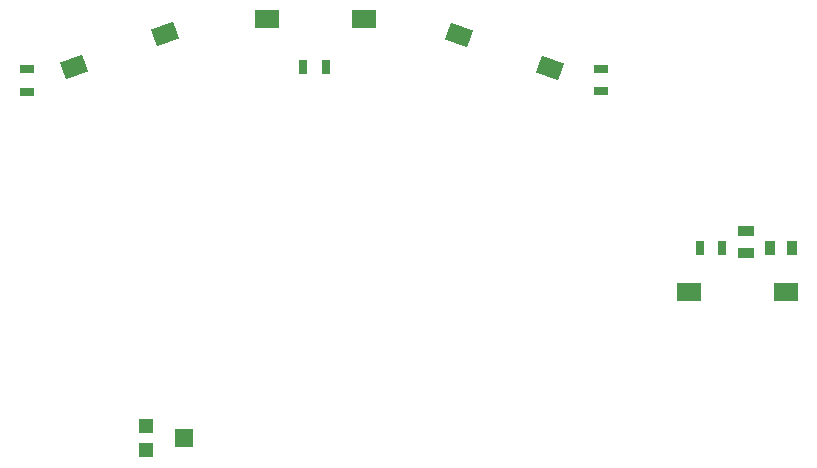
<source format=gtp>
G04*
G04 #@! TF.GenerationSoftware,Altium Limited,Altium Designer,19.0.15 (446)*
G04*
G04 Layer_Color=8421504*
%FSLAX44Y44*%
%MOMM*%
G71*
G01*
G75*
%ADD16R,0.7000X1.3000*%
%ADD17R,1.3000X0.7000*%
%ADD18R,2.0000X1.5000*%
G04:AMPARAMS|DCode=19|XSize=2mm|YSize=1.5mm|CornerRadius=0mm|HoleSize=0mm|Usage=FLASHONLY|Rotation=20.000|XOffset=0mm|YOffset=0mm|HoleType=Round|Shape=Rectangle|*
%AMROTATEDRECTD19*
4,1,4,-0.6832,-1.0468,-1.1962,0.3628,0.6832,1.0468,1.1962,-0.3628,-0.6832,-1.0468,0.0*
%
%ADD19ROTATEDRECTD19*%

G04:AMPARAMS|DCode=20|XSize=2mm|YSize=1.5mm|CornerRadius=0mm|HoleSize=0mm|Usage=FLASHONLY|Rotation=160.000|XOffset=0mm|YOffset=0mm|HoleType=Round|Shape=Rectangle|*
%AMROTATEDRECTD20*
4,1,4,1.1962,0.3628,0.6832,-1.0468,-1.1962,-0.3628,-0.6832,1.0468,1.1962,0.3628,0.0*
%
%ADD20ROTATEDRECTD20*%

%ADD21R,1.2000X1.2000*%
%ADD22R,1.5000X1.6000*%
%ADD23R,1.3800X0.9200*%
%ADD24R,0.9000X1.3000*%
D16*
X2197050Y369316D02*
D03*
X2178050D02*
D03*
X1861262Y521970D02*
D03*
X1842262D02*
D03*
D17*
X1608430Y520548D02*
D03*
Y501548D02*
D03*
X2094586Y520802D02*
D03*
Y501802D02*
D03*
D18*
X2168648Y331470D02*
D03*
X2250648D02*
D03*
X1811372Y562610D02*
D03*
X1893372D02*
D03*
D19*
X1725443Y550140D02*
D03*
X1648389Y522095D02*
D03*
D20*
X1973763Y549201D02*
D03*
X2050817Y521155D02*
D03*
D21*
X1708946Y218280D02*
D03*
Y198280D02*
D03*
D22*
X1741446Y208280D02*
D03*
D23*
X2217268Y383692D02*
D03*
Y364592D02*
D03*
D24*
X2237232Y369062D02*
D03*
X2256232D02*
D03*
M02*

</source>
